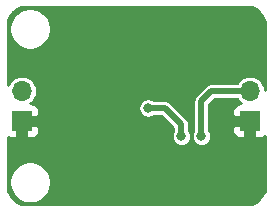
<source format=gbl>
G04 #@! TF.GenerationSoftware,KiCad,Pcbnew,(5.1.2)-1*
G04 #@! TF.CreationDate,2019-05-27T15:40:09+12:00*
G04 #@! TF.ProjectId,TinyBEC,54696e79-4245-4432-9e6b-696361645f70,rev?*
G04 #@! TF.SameCoordinates,Original*
G04 #@! TF.FileFunction,Copper,L2,Bot*
G04 #@! TF.FilePolarity,Positive*
%FSLAX46Y46*%
G04 Gerber Fmt 4.6, Leading zero omitted, Abs format (unit mm)*
G04 Created by KiCad (PCBNEW (5.1.2)-1) date 2019-05-27 15:40:09*
%MOMM*%
%LPD*%
G04 APERTURE LIST*
%ADD10R,1.700000X1.700000*%
%ADD11O,1.700000X1.700000*%
%ADD12C,0.800000*%
%ADD13C,0.650000*%
%ADD14C,0.500000*%
%ADD15C,0.250000*%
G04 APERTURE END LIST*
D10*
X112800000Y-105300000D03*
D11*
X112800000Y-102760000D03*
X132100000Y-102760000D03*
D10*
X132100000Y-105300000D03*
D12*
X126300000Y-106600000D03*
X123500000Y-104200000D03*
X119300000Y-109300000D03*
X130800000Y-111000000D03*
X132100000Y-99800000D03*
D13*
X122500000Y-108000000D03*
X123500000Y-108000000D03*
X124500000Y-108000000D03*
X127000000Y-104100000D03*
X127000000Y-105100000D03*
D12*
X128000000Y-106600000D03*
D14*
X126300000Y-106600000D02*
X126300000Y-105600000D01*
X124900000Y-104200000D02*
X123500000Y-104200000D01*
X126300000Y-105600000D02*
X124900000Y-104200000D01*
X128000000Y-106600000D02*
X128000000Y-103600000D01*
X128840000Y-102760000D02*
X132100000Y-102760000D01*
X128000000Y-103600000D02*
X128840000Y-102760000D01*
D15*
G36*
X132261228Y-95653126D02*
G01*
X132605455Y-95836154D01*
X132907579Y-96082559D01*
X133156089Y-96382958D01*
X133341516Y-96725897D01*
X133375000Y-96834067D01*
X133375000Y-102697364D01*
X133356552Y-102510056D01*
X133283646Y-102269718D01*
X133165253Y-102048221D01*
X133005923Y-101854077D01*
X132811779Y-101694747D01*
X132590282Y-101576354D01*
X132349944Y-101503448D01*
X132162636Y-101485000D01*
X132037364Y-101485000D01*
X131850056Y-101503448D01*
X131609718Y-101576354D01*
X131388221Y-101694747D01*
X131194077Y-101854077D01*
X131034747Y-102048221D01*
X131015088Y-102085000D01*
X128873151Y-102085000D01*
X128839999Y-102081735D01*
X128806847Y-102085000D01*
X128806841Y-102085000D01*
X128721499Y-102093406D01*
X128707676Y-102094767D01*
X128669079Y-102106476D01*
X128580439Y-102133364D01*
X128463176Y-102196042D01*
X128360394Y-102280394D01*
X128339258Y-102306148D01*
X127546143Y-103099263D01*
X127520395Y-103120394D01*
X127499264Y-103146142D01*
X127499256Y-103146150D01*
X127436043Y-103223176D01*
X127373365Y-103340439D01*
X127334767Y-103467677D01*
X127321735Y-103600000D01*
X127325001Y-103633162D01*
X127325000Y-106125248D01*
X127268894Y-106209216D01*
X127206704Y-106359356D01*
X127175000Y-106518745D01*
X127175000Y-106681255D01*
X127206704Y-106840644D01*
X127268894Y-106990784D01*
X127359181Y-107125907D01*
X127474093Y-107240819D01*
X127609216Y-107331106D01*
X127759356Y-107393296D01*
X127918745Y-107425000D01*
X128081255Y-107425000D01*
X128240644Y-107393296D01*
X128390784Y-107331106D01*
X128525907Y-107240819D01*
X128640819Y-107125907D01*
X128731106Y-106990784D01*
X128793296Y-106840644D01*
X128825000Y-106681255D01*
X128825000Y-106518745D01*
X128793296Y-106359356D01*
X128731106Y-106209216D01*
X128691539Y-106150000D01*
X130621976Y-106150000D01*
X130634043Y-106272521D01*
X130669781Y-106390334D01*
X130727817Y-106498911D01*
X130805920Y-106594080D01*
X130901089Y-106672183D01*
X131009666Y-106730219D01*
X131127479Y-106765957D01*
X131250000Y-106778024D01*
X131568750Y-106775000D01*
X131725000Y-106618750D01*
X131725000Y-105675000D01*
X130781250Y-105675000D01*
X130625000Y-105831250D01*
X130621976Y-106150000D01*
X128691539Y-106150000D01*
X128675000Y-106125248D01*
X128675000Y-103879594D01*
X129119594Y-103435000D01*
X131015088Y-103435000D01*
X131034747Y-103471779D01*
X131194077Y-103665923D01*
X131385798Y-103823264D01*
X131250000Y-103821976D01*
X131127479Y-103834043D01*
X131009666Y-103869781D01*
X130901089Y-103927817D01*
X130805920Y-104005920D01*
X130727817Y-104101089D01*
X130669781Y-104209666D01*
X130634043Y-104327479D01*
X130621976Y-104450000D01*
X130625000Y-104768750D01*
X130781250Y-104925000D01*
X131725000Y-104925000D01*
X131725000Y-104905000D01*
X132475000Y-104905000D01*
X132475000Y-104925000D01*
X132495000Y-104925000D01*
X132495000Y-105675000D01*
X132475000Y-105675000D01*
X132475000Y-106618750D01*
X132631250Y-106775000D01*
X132950000Y-106778024D01*
X133072521Y-106765957D01*
X133190334Y-106730219D01*
X133298911Y-106672183D01*
X133375000Y-106609739D01*
X133375000Y-111168073D01*
X133346875Y-111261227D01*
X133163844Y-111605457D01*
X132917439Y-111907581D01*
X132617044Y-112156087D01*
X132274102Y-112341516D01*
X132165932Y-112375000D01*
X112831927Y-112375000D01*
X112738773Y-112346875D01*
X112394543Y-112163844D01*
X112092419Y-111917439D01*
X111843913Y-111617044D01*
X111658484Y-111274102D01*
X111625000Y-111165932D01*
X111625000Y-110325178D01*
X111725000Y-110325178D01*
X111725000Y-110674822D01*
X111793213Y-111017748D01*
X111927016Y-111340778D01*
X112121268Y-111631496D01*
X112368504Y-111878732D01*
X112659222Y-112072984D01*
X112982252Y-112206787D01*
X113325178Y-112275000D01*
X113674822Y-112275000D01*
X114017748Y-112206787D01*
X114340778Y-112072984D01*
X114631496Y-111878732D01*
X114878732Y-111631496D01*
X115072984Y-111340778D01*
X115206787Y-111017748D01*
X115275000Y-110674822D01*
X115275000Y-110325178D01*
X115206787Y-109982252D01*
X115072984Y-109659222D01*
X114878732Y-109368504D01*
X114631496Y-109121268D01*
X114340778Y-108927016D01*
X114017748Y-108793213D01*
X113674822Y-108725000D01*
X113325178Y-108725000D01*
X112982252Y-108793213D01*
X112659222Y-108927016D01*
X112368504Y-109121268D01*
X112121268Y-109368504D01*
X111927016Y-109659222D01*
X111793213Y-109982252D01*
X111725000Y-110325178D01*
X111625000Y-110325178D01*
X111625000Y-106684964D01*
X111709666Y-106730219D01*
X111827479Y-106765957D01*
X111950000Y-106778024D01*
X112268750Y-106775000D01*
X112425000Y-106618750D01*
X112425000Y-105675000D01*
X113175000Y-105675000D01*
X113175000Y-106618750D01*
X113331250Y-106775000D01*
X113650000Y-106778024D01*
X113772521Y-106765957D01*
X113890334Y-106730219D01*
X113998911Y-106672183D01*
X114094080Y-106594080D01*
X114172183Y-106498911D01*
X114230219Y-106390334D01*
X114265957Y-106272521D01*
X114278024Y-106150000D01*
X114275000Y-105831250D01*
X114118750Y-105675000D01*
X113175000Y-105675000D01*
X112425000Y-105675000D01*
X112405000Y-105675000D01*
X112405000Y-104925000D01*
X112425000Y-104925000D01*
X112425000Y-104905000D01*
X113175000Y-104905000D01*
X113175000Y-104925000D01*
X114118750Y-104925000D01*
X114275000Y-104768750D01*
X114278024Y-104450000D01*
X114265957Y-104327479D01*
X114230219Y-104209666D01*
X114181621Y-104118745D01*
X122675000Y-104118745D01*
X122675000Y-104281255D01*
X122706704Y-104440644D01*
X122768894Y-104590784D01*
X122859181Y-104725907D01*
X122974093Y-104840819D01*
X123109216Y-104931106D01*
X123259356Y-104993296D01*
X123418745Y-105025000D01*
X123581255Y-105025000D01*
X123740644Y-104993296D01*
X123890784Y-104931106D01*
X123974752Y-104875000D01*
X124620406Y-104875000D01*
X125625001Y-105879596D01*
X125625000Y-106125247D01*
X125568894Y-106209216D01*
X125506704Y-106359356D01*
X125475000Y-106518745D01*
X125475000Y-106681255D01*
X125506704Y-106840644D01*
X125568894Y-106990784D01*
X125659181Y-107125907D01*
X125774093Y-107240819D01*
X125909216Y-107331106D01*
X126059356Y-107393296D01*
X126218745Y-107425000D01*
X126381255Y-107425000D01*
X126540644Y-107393296D01*
X126690784Y-107331106D01*
X126825907Y-107240819D01*
X126940819Y-107125907D01*
X127031106Y-106990784D01*
X127093296Y-106840644D01*
X127125000Y-106681255D01*
X127125000Y-106518745D01*
X127093296Y-106359356D01*
X127031106Y-106209216D01*
X126975000Y-106125248D01*
X126975000Y-105633152D01*
X126978265Y-105600000D01*
X126975000Y-105566848D01*
X126975000Y-105566841D01*
X126965233Y-105467677D01*
X126926636Y-105340439D01*
X126863958Y-105223176D01*
X126855551Y-105212932D01*
X126800744Y-105146149D01*
X126800737Y-105146142D01*
X126779606Y-105120394D01*
X126753857Y-105099262D01*
X125400742Y-103746148D01*
X125379606Y-103720394D01*
X125276824Y-103636042D01*
X125159561Y-103573364D01*
X125032323Y-103534767D01*
X124933159Y-103525000D01*
X124933152Y-103525000D01*
X124900000Y-103521735D01*
X124866848Y-103525000D01*
X123974752Y-103525000D01*
X123890784Y-103468894D01*
X123740644Y-103406704D01*
X123581255Y-103375000D01*
X123418745Y-103375000D01*
X123259356Y-103406704D01*
X123109216Y-103468894D01*
X122974093Y-103559181D01*
X122859181Y-103674093D01*
X122768894Y-103809216D01*
X122706704Y-103959356D01*
X122675000Y-104118745D01*
X114181621Y-104118745D01*
X114172183Y-104101089D01*
X114094080Y-104005920D01*
X113998911Y-103927817D01*
X113890334Y-103869781D01*
X113772521Y-103834043D01*
X113650000Y-103821976D01*
X113514202Y-103823264D01*
X113705923Y-103665923D01*
X113865253Y-103471779D01*
X113983646Y-103250282D01*
X114056552Y-103009944D01*
X114081169Y-102760000D01*
X114056552Y-102510056D01*
X113983646Y-102269718D01*
X113865253Y-102048221D01*
X113705923Y-101854077D01*
X113511779Y-101694747D01*
X113290282Y-101576354D01*
X113049944Y-101503448D01*
X112862636Y-101485000D01*
X112737364Y-101485000D01*
X112550056Y-101503448D01*
X112309718Y-101576354D01*
X112088221Y-101694747D01*
X111894077Y-101854077D01*
X111734747Y-102048221D01*
X111625000Y-102253543D01*
X111625000Y-97325178D01*
X111725000Y-97325178D01*
X111725000Y-97674822D01*
X111793213Y-98017748D01*
X111927016Y-98340778D01*
X112121268Y-98631496D01*
X112368504Y-98878732D01*
X112659222Y-99072984D01*
X112982252Y-99206787D01*
X113325178Y-99275000D01*
X113674822Y-99275000D01*
X114017748Y-99206787D01*
X114340778Y-99072984D01*
X114631496Y-98878732D01*
X114878732Y-98631496D01*
X115072984Y-98340778D01*
X115206787Y-98017748D01*
X115275000Y-97674822D01*
X115275000Y-97325178D01*
X115206787Y-96982252D01*
X115072984Y-96659222D01*
X114878732Y-96368504D01*
X114631496Y-96121268D01*
X114340778Y-95927016D01*
X114017748Y-95793213D01*
X113674822Y-95725000D01*
X113325178Y-95725000D01*
X112982252Y-95793213D01*
X112659222Y-95927016D01*
X112368504Y-96121268D01*
X112121268Y-96368504D01*
X111927016Y-96659222D01*
X111793213Y-96982252D01*
X111725000Y-97325178D01*
X111625000Y-97325178D01*
X111625000Y-96831929D01*
X111653126Y-96738772D01*
X111836154Y-96394545D01*
X112082559Y-96092421D01*
X112382958Y-95843911D01*
X112725897Y-95658484D01*
X112834067Y-95625000D01*
X132168071Y-95625000D01*
X132261228Y-95653126D01*
X132261228Y-95653126D01*
G37*
X132261228Y-95653126D02*
X132605455Y-95836154D01*
X132907579Y-96082559D01*
X133156089Y-96382958D01*
X133341516Y-96725897D01*
X133375000Y-96834067D01*
X133375000Y-102697364D01*
X133356552Y-102510056D01*
X133283646Y-102269718D01*
X133165253Y-102048221D01*
X133005923Y-101854077D01*
X132811779Y-101694747D01*
X132590282Y-101576354D01*
X132349944Y-101503448D01*
X132162636Y-101485000D01*
X132037364Y-101485000D01*
X131850056Y-101503448D01*
X131609718Y-101576354D01*
X131388221Y-101694747D01*
X131194077Y-101854077D01*
X131034747Y-102048221D01*
X131015088Y-102085000D01*
X128873151Y-102085000D01*
X128839999Y-102081735D01*
X128806847Y-102085000D01*
X128806841Y-102085000D01*
X128721499Y-102093406D01*
X128707676Y-102094767D01*
X128669079Y-102106476D01*
X128580439Y-102133364D01*
X128463176Y-102196042D01*
X128360394Y-102280394D01*
X128339258Y-102306148D01*
X127546143Y-103099263D01*
X127520395Y-103120394D01*
X127499264Y-103146142D01*
X127499256Y-103146150D01*
X127436043Y-103223176D01*
X127373365Y-103340439D01*
X127334767Y-103467677D01*
X127321735Y-103600000D01*
X127325001Y-103633162D01*
X127325000Y-106125248D01*
X127268894Y-106209216D01*
X127206704Y-106359356D01*
X127175000Y-106518745D01*
X127175000Y-106681255D01*
X127206704Y-106840644D01*
X127268894Y-106990784D01*
X127359181Y-107125907D01*
X127474093Y-107240819D01*
X127609216Y-107331106D01*
X127759356Y-107393296D01*
X127918745Y-107425000D01*
X128081255Y-107425000D01*
X128240644Y-107393296D01*
X128390784Y-107331106D01*
X128525907Y-107240819D01*
X128640819Y-107125907D01*
X128731106Y-106990784D01*
X128793296Y-106840644D01*
X128825000Y-106681255D01*
X128825000Y-106518745D01*
X128793296Y-106359356D01*
X128731106Y-106209216D01*
X128691539Y-106150000D01*
X130621976Y-106150000D01*
X130634043Y-106272521D01*
X130669781Y-106390334D01*
X130727817Y-106498911D01*
X130805920Y-106594080D01*
X130901089Y-106672183D01*
X131009666Y-106730219D01*
X131127479Y-106765957D01*
X131250000Y-106778024D01*
X131568750Y-106775000D01*
X131725000Y-106618750D01*
X131725000Y-105675000D01*
X130781250Y-105675000D01*
X130625000Y-105831250D01*
X130621976Y-106150000D01*
X128691539Y-106150000D01*
X128675000Y-106125248D01*
X128675000Y-103879594D01*
X129119594Y-103435000D01*
X131015088Y-103435000D01*
X131034747Y-103471779D01*
X131194077Y-103665923D01*
X131385798Y-103823264D01*
X131250000Y-103821976D01*
X131127479Y-103834043D01*
X131009666Y-103869781D01*
X130901089Y-103927817D01*
X130805920Y-104005920D01*
X130727817Y-104101089D01*
X130669781Y-104209666D01*
X130634043Y-104327479D01*
X130621976Y-104450000D01*
X130625000Y-104768750D01*
X130781250Y-104925000D01*
X131725000Y-104925000D01*
X131725000Y-104905000D01*
X132475000Y-104905000D01*
X132475000Y-104925000D01*
X132495000Y-104925000D01*
X132495000Y-105675000D01*
X132475000Y-105675000D01*
X132475000Y-106618750D01*
X132631250Y-106775000D01*
X132950000Y-106778024D01*
X133072521Y-106765957D01*
X133190334Y-106730219D01*
X133298911Y-106672183D01*
X133375000Y-106609739D01*
X133375000Y-111168073D01*
X133346875Y-111261227D01*
X133163844Y-111605457D01*
X132917439Y-111907581D01*
X132617044Y-112156087D01*
X132274102Y-112341516D01*
X132165932Y-112375000D01*
X112831927Y-112375000D01*
X112738773Y-112346875D01*
X112394543Y-112163844D01*
X112092419Y-111917439D01*
X111843913Y-111617044D01*
X111658484Y-111274102D01*
X111625000Y-111165932D01*
X111625000Y-110325178D01*
X111725000Y-110325178D01*
X111725000Y-110674822D01*
X111793213Y-111017748D01*
X111927016Y-111340778D01*
X112121268Y-111631496D01*
X112368504Y-111878732D01*
X112659222Y-112072984D01*
X112982252Y-112206787D01*
X113325178Y-112275000D01*
X113674822Y-112275000D01*
X114017748Y-112206787D01*
X114340778Y-112072984D01*
X114631496Y-111878732D01*
X114878732Y-111631496D01*
X115072984Y-111340778D01*
X115206787Y-111017748D01*
X115275000Y-110674822D01*
X115275000Y-110325178D01*
X115206787Y-109982252D01*
X115072984Y-109659222D01*
X114878732Y-109368504D01*
X114631496Y-109121268D01*
X114340778Y-108927016D01*
X114017748Y-108793213D01*
X113674822Y-108725000D01*
X113325178Y-108725000D01*
X112982252Y-108793213D01*
X112659222Y-108927016D01*
X112368504Y-109121268D01*
X112121268Y-109368504D01*
X111927016Y-109659222D01*
X111793213Y-109982252D01*
X111725000Y-110325178D01*
X111625000Y-110325178D01*
X111625000Y-106684964D01*
X111709666Y-106730219D01*
X111827479Y-106765957D01*
X111950000Y-106778024D01*
X112268750Y-106775000D01*
X112425000Y-106618750D01*
X112425000Y-105675000D01*
X113175000Y-105675000D01*
X113175000Y-106618750D01*
X113331250Y-106775000D01*
X113650000Y-106778024D01*
X113772521Y-106765957D01*
X113890334Y-106730219D01*
X113998911Y-106672183D01*
X114094080Y-106594080D01*
X114172183Y-106498911D01*
X114230219Y-106390334D01*
X114265957Y-106272521D01*
X114278024Y-106150000D01*
X114275000Y-105831250D01*
X114118750Y-105675000D01*
X113175000Y-105675000D01*
X112425000Y-105675000D01*
X112405000Y-105675000D01*
X112405000Y-104925000D01*
X112425000Y-104925000D01*
X112425000Y-104905000D01*
X113175000Y-104905000D01*
X113175000Y-104925000D01*
X114118750Y-104925000D01*
X114275000Y-104768750D01*
X114278024Y-104450000D01*
X114265957Y-104327479D01*
X114230219Y-104209666D01*
X114181621Y-104118745D01*
X122675000Y-104118745D01*
X122675000Y-104281255D01*
X122706704Y-104440644D01*
X122768894Y-104590784D01*
X122859181Y-104725907D01*
X122974093Y-104840819D01*
X123109216Y-104931106D01*
X123259356Y-104993296D01*
X123418745Y-105025000D01*
X123581255Y-105025000D01*
X123740644Y-104993296D01*
X123890784Y-104931106D01*
X123974752Y-104875000D01*
X124620406Y-104875000D01*
X125625001Y-105879596D01*
X125625000Y-106125247D01*
X125568894Y-106209216D01*
X125506704Y-106359356D01*
X125475000Y-106518745D01*
X125475000Y-106681255D01*
X125506704Y-106840644D01*
X125568894Y-106990784D01*
X125659181Y-107125907D01*
X125774093Y-107240819D01*
X125909216Y-107331106D01*
X126059356Y-107393296D01*
X126218745Y-107425000D01*
X126381255Y-107425000D01*
X126540644Y-107393296D01*
X126690784Y-107331106D01*
X126825907Y-107240819D01*
X126940819Y-107125907D01*
X127031106Y-106990784D01*
X127093296Y-106840644D01*
X127125000Y-106681255D01*
X127125000Y-106518745D01*
X127093296Y-106359356D01*
X127031106Y-106209216D01*
X126975000Y-106125248D01*
X126975000Y-105633152D01*
X126978265Y-105600000D01*
X126975000Y-105566848D01*
X126975000Y-105566841D01*
X126965233Y-105467677D01*
X126926636Y-105340439D01*
X126863958Y-105223176D01*
X126855551Y-105212932D01*
X126800744Y-105146149D01*
X126800737Y-105146142D01*
X126779606Y-105120394D01*
X126753857Y-105099262D01*
X125400742Y-103746148D01*
X125379606Y-103720394D01*
X125276824Y-103636042D01*
X125159561Y-103573364D01*
X125032323Y-103534767D01*
X124933159Y-103525000D01*
X124933152Y-103525000D01*
X124900000Y-103521735D01*
X124866848Y-103525000D01*
X123974752Y-103525000D01*
X123890784Y-103468894D01*
X123740644Y-103406704D01*
X123581255Y-103375000D01*
X123418745Y-103375000D01*
X123259356Y-103406704D01*
X123109216Y-103468894D01*
X122974093Y-103559181D01*
X122859181Y-103674093D01*
X122768894Y-103809216D01*
X122706704Y-103959356D01*
X122675000Y-104118745D01*
X114181621Y-104118745D01*
X114172183Y-104101089D01*
X114094080Y-104005920D01*
X113998911Y-103927817D01*
X113890334Y-103869781D01*
X113772521Y-103834043D01*
X113650000Y-103821976D01*
X113514202Y-103823264D01*
X113705923Y-103665923D01*
X113865253Y-103471779D01*
X113983646Y-103250282D01*
X114056552Y-103009944D01*
X114081169Y-102760000D01*
X114056552Y-102510056D01*
X113983646Y-102269718D01*
X113865253Y-102048221D01*
X113705923Y-101854077D01*
X113511779Y-101694747D01*
X113290282Y-101576354D01*
X113049944Y-101503448D01*
X112862636Y-101485000D01*
X112737364Y-101485000D01*
X112550056Y-101503448D01*
X112309718Y-101576354D01*
X112088221Y-101694747D01*
X111894077Y-101854077D01*
X111734747Y-102048221D01*
X111625000Y-102253543D01*
X111625000Y-97325178D01*
X111725000Y-97325178D01*
X111725000Y-97674822D01*
X111793213Y-98017748D01*
X111927016Y-98340778D01*
X112121268Y-98631496D01*
X112368504Y-98878732D01*
X112659222Y-99072984D01*
X112982252Y-99206787D01*
X113325178Y-99275000D01*
X113674822Y-99275000D01*
X114017748Y-99206787D01*
X114340778Y-99072984D01*
X114631496Y-98878732D01*
X114878732Y-98631496D01*
X115072984Y-98340778D01*
X115206787Y-98017748D01*
X115275000Y-97674822D01*
X115275000Y-97325178D01*
X115206787Y-96982252D01*
X115072984Y-96659222D01*
X114878732Y-96368504D01*
X114631496Y-96121268D01*
X114340778Y-95927016D01*
X114017748Y-95793213D01*
X113674822Y-95725000D01*
X113325178Y-95725000D01*
X112982252Y-95793213D01*
X112659222Y-95927016D01*
X112368504Y-96121268D01*
X112121268Y-96368504D01*
X111927016Y-96659222D01*
X111793213Y-96982252D01*
X111725000Y-97325178D01*
X111625000Y-97325178D01*
X111625000Y-96831929D01*
X111653126Y-96738772D01*
X111836154Y-96394545D01*
X112082559Y-96092421D01*
X112382958Y-95843911D01*
X112725897Y-95658484D01*
X112834067Y-95625000D01*
X132168071Y-95625000D01*
X132261228Y-95653126D01*
M02*

</source>
